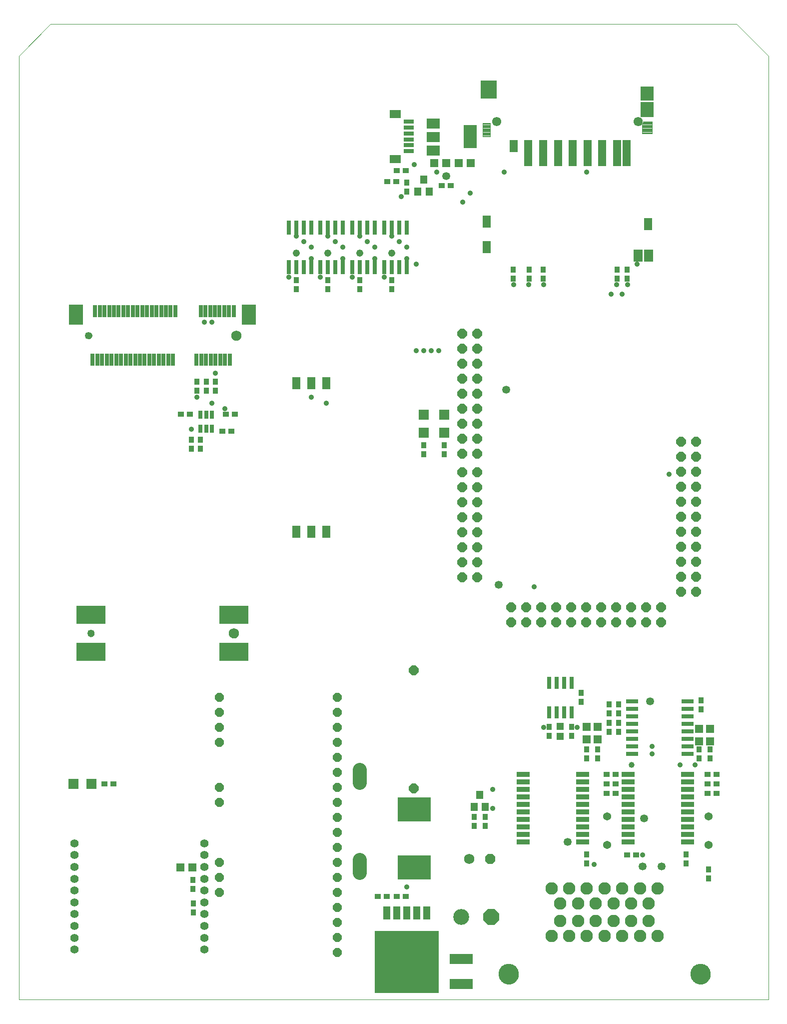
<source format=gts>
G75*
G70*
%OFA0B0*%
%FSLAX24Y24*%
%IPPOS*%
%LPD*%
%AMOC8*
5,1,8,0,0,1.08239X$1,22.5*
%
%ADD10C,0.0000*%
%ADD11C,0.0560*%
%ADD12R,0.0887X0.0926*%
%ADD13R,0.0887X0.1005*%
%ADD14R,0.1084X0.1202*%
%ADD15R,0.0572X0.0808*%
%ADD16R,0.0611X0.0828*%
%ADD17R,0.0532X0.1753*%
%ADD18R,0.0532X0.0847*%
%ADD19C,0.0611*%
%ADD20C,0.0040*%
%ADD21R,0.0375X0.0414*%
%ADD22OC8,0.0651*%
%ADD23R,0.0532X0.0572*%
%ADD24R,0.4312X0.4158*%
%ADD25R,0.0480X0.0910*%
%ADD26R,0.0414X0.0375*%
%ADD27R,0.2186X0.1635*%
%ADD28OC8,0.0690*%
%ADD29C,0.0690*%
%ADD30C,0.0945*%
%ADD31C,0.1060*%
%ADD32OC8,0.1060*%
%ADD33R,0.0966X0.1320*%
%ADD34R,0.0296X0.0847*%
%ADD35R,0.1950X0.1241*%
%ADD36C,0.0690*%
%ADD37C,0.0493*%
%ADD38R,0.0280X0.0580*%
%ADD39R,0.0454X0.0493*%
%ADD40R,0.0270X0.0840*%
%ADD41R,0.0840X0.0270*%
%ADD42C,0.0828*%
%ADD43C,0.1359*%
%ADD44R,0.0860X0.0320*%
%ADD45C,0.0540*%
%ADD46R,0.0532X0.0532*%
%ADD47R,0.0454X0.0560*%
%ADD48OC8,0.0591*%
%ADD49R,0.0651X0.0651*%
%ADD50R,0.1517X0.0651*%
%ADD51R,0.0300X0.0930*%
%ADD52R,0.0769X0.0532*%
%ADD53R,0.0670X0.0296*%
%ADD54R,0.0850X0.0650*%
%ADD55R,0.0850X0.1560*%
%ADD56C,0.0350*%
%ADD57C,0.0532*%
%ADD58C,0.0476*%
%ADD59C,0.0397*%
D10*
X000100Y000160D02*
X050100Y000160D01*
X050100Y063035D01*
X047975Y065160D01*
X002225Y065160D01*
X000100Y063035D01*
X000100Y000160D01*
X004698Y024567D02*
X004700Y024596D01*
X004706Y024624D01*
X004715Y024652D01*
X004728Y024678D01*
X004745Y024701D01*
X004764Y024723D01*
X004786Y024742D01*
X004811Y024757D01*
X004837Y024770D01*
X004865Y024778D01*
X004893Y024783D01*
X004922Y024784D01*
X004951Y024781D01*
X004979Y024774D01*
X005006Y024764D01*
X005032Y024750D01*
X005055Y024733D01*
X005076Y024713D01*
X005094Y024690D01*
X005109Y024665D01*
X005120Y024638D01*
X005128Y024610D01*
X005132Y024581D01*
X005132Y024553D01*
X005128Y024524D01*
X005120Y024496D01*
X005109Y024469D01*
X005094Y024444D01*
X005076Y024421D01*
X005055Y024401D01*
X005032Y024384D01*
X005006Y024370D01*
X004979Y024360D01*
X004951Y024353D01*
X004922Y024350D01*
X004893Y024351D01*
X004865Y024356D01*
X004837Y024364D01*
X004811Y024377D01*
X004786Y024392D01*
X004764Y024411D01*
X004745Y024433D01*
X004728Y024456D01*
X004715Y024482D01*
X004706Y024510D01*
X004700Y024538D01*
X004698Y024567D01*
X014128Y024567D02*
X014130Y024602D01*
X014136Y024637D01*
X014146Y024671D01*
X014159Y024704D01*
X014176Y024735D01*
X014197Y024763D01*
X014220Y024790D01*
X014247Y024813D01*
X014275Y024834D01*
X014306Y024851D01*
X014339Y024864D01*
X014373Y024874D01*
X014408Y024880D01*
X014443Y024882D01*
X014478Y024880D01*
X014513Y024874D01*
X014547Y024864D01*
X014580Y024851D01*
X014611Y024834D01*
X014639Y024813D01*
X014666Y024790D01*
X014689Y024763D01*
X014710Y024735D01*
X014727Y024704D01*
X014740Y024671D01*
X014750Y024637D01*
X014756Y024602D01*
X014758Y024567D01*
X014756Y024532D01*
X014750Y024497D01*
X014740Y024463D01*
X014727Y024430D01*
X014710Y024399D01*
X014689Y024371D01*
X014666Y024344D01*
X014639Y024321D01*
X014611Y024300D01*
X014580Y024283D01*
X014547Y024270D01*
X014513Y024260D01*
X014478Y024254D01*
X014443Y024252D01*
X014408Y024254D01*
X014373Y024260D01*
X014339Y024270D01*
X014306Y024283D01*
X014275Y024300D01*
X014247Y024321D01*
X014220Y024344D01*
X014197Y024371D01*
X014176Y024399D01*
X014159Y024430D01*
X014146Y024463D01*
X014136Y024497D01*
X014130Y024532D01*
X014128Y024567D01*
X014285Y044410D02*
X014287Y044445D01*
X014293Y044480D01*
X014303Y044514D01*
X014316Y044547D01*
X014333Y044578D01*
X014354Y044606D01*
X014377Y044633D01*
X014404Y044656D01*
X014432Y044677D01*
X014463Y044694D01*
X014496Y044707D01*
X014530Y044717D01*
X014565Y044723D01*
X014600Y044725D01*
X014635Y044723D01*
X014670Y044717D01*
X014704Y044707D01*
X014737Y044694D01*
X014768Y044677D01*
X014796Y044656D01*
X014823Y044633D01*
X014846Y044606D01*
X014867Y044578D01*
X014884Y044547D01*
X014897Y044514D01*
X014907Y044480D01*
X014913Y044445D01*
X014915Y044410D01*
X014913Y044375D01*
X014907Y044340D01*
X014897Y044306D01*
X014884Y044273D01*
X014867Y044242D01*
X014846Y044214D01*
X014823Y044187D01*
X014796Y044164D01*
X014768Y044143D01*
X014737Y044126D01*
X014704Y044113D01*
X014670Y044103D01*
X014635Y044097D01*
X014600Y044095D01*
X014565Y044097D01*
X014530Y044103D01*
X014496Y044113D01*
X014463Y044126D01*
X014432Y044143D01*
X014404Y044164D01*
X014377Y044187D01*
X014354Y044214D01*
X014333Y044242D01*
X014316Y044273D01*
X014303Y044306D01*
X014293Y044340D01*
X014287Y044375D01*
X014285Y044410D01*
X004540Y044410D02*
X004542Y044439D01*
X004548Y044467D01*
X004557Y044495D01*
X004570Y044521D01*
X004587Y044544D01*
X004606Y044566D01*
X004628Y044585D01*
X004653Y044600D01*
X004679Y044613D01*
X004707Y044621D01*
X004735Y044626D01*
X004764Y044627D01*
X004793Y044624D01*
X004821Y044617D01*
X004848Y044607D01*
X004874Y044593D01*
X004897Y044576D01*
X004918Y044556D01*
X004936Y044533D01*
X004951Y044508D01*
X004962Y044481D01*
X004970Y044453D01*
X004974Y044424D01*
X004974Y044396D01*
X004970Y044367D01*
X004962Y044339D01*
X004951Y044312D01*
X004936Y044287D01*
X004918Y044264D01*
X004897Y044244D01*
X004874Y044227D01*
X004848Y044213D01*
X004821Y044203D01*
X004793Y044196D01*
X004764Y044193D01*
X004735Y044194D01*
X004707Y044199D01*
X004679Y044207D01*
X004653Y044220D01*
X004628Y044235D01*
X004606Y044254D01*
X004587Y044276D01*
X004570Y044299D01*
X004557Y044325D01*
X004548Y044353D01*
X004542Y044381D01*
X004540Y044410D01*
X031697Y058680D02*
X031699Y058713D01*
X031705Y058745D01*
X031714Y058776D01*
X031727Y058806D01*
X031744Y058834D01*
X031764Y058860D01*
X031787Y058884D01*
X031812Y058904D01*
X031840Y058922D01*
X031869Y058936D01*
X031900Y058946D01*
X031932Y058953D01*
X031965Y058956D01*
X031998Y058955D01*
X032030Y058950D01*
X032061Y058941D01*
X032092Y058929D01*
X032120Y058913D01*
X032147Y058894D01*
X032171Y058872D01*
X032192Y058847D01*
X032211Y058820D01*
X032226Y058791D01*
X032237Y058761D01*
X032245Y058729D01*
X032249Y058696D01*
X032249Y058664D01*
X032245Y058631D01*
X032237Y058599D01*
X032226Y058569D01*
X032211Y058540D01*
X032192Y058513D01*
X032171Y058488D01*
X032147Y058466D01*
X032120Y058447D01*
X032092Y058431D01*
X032061Y058419D01*
X032030Y058410D01*
X031998Y058405D01*
X031965Y058404D01*
X031932Y058407D01*
X031900Y058414D01*
X031869Y058424D01*
X031840Y058438D01*
X031812Y058456D01*
X031787Y058476D01*
X031764Y058500D01*
X031744Y058526D01*
X031727Y058554D01*
X031714Y058584D01*
X031705Y058615D01*
X031699Y058647D01*
X031697Y058680D01*
X041146Y058680D02*
X041148Y058713D01*
X041154Y058745D01*
X041163Y058776D01*
X041176Y058806D01*
X041193Y058834D01*
X041213Y058860D01*
X041236Y058884D01*
X041261Y058904D01*
X041289Y058922D01*
X041318Y058936D01*
X041349Y058946D01*
X041381Y058953D01*
X041414Y058956D01*
X041447Y058955D01*
X041479Y058950D01*
X041510Y058941D01*
X041541Y058929D01*
X041569Y058913D01*
X041596Y058894D01*
X041620Y058872D01*
X041641Y058847D01*
X041660Y058820D01*
X041675Y058791D01*
X041686Y058761D01*
X041694Y058729D01*
X041698Y058696D01*
X041698Y058664D01*
X041694Y058631D01*
X041686Y058599D01*
X041675Y058569D01*
X041660Y058540D01*
X041641Y058513D01*
X041620Y058488D01*
X041596Y058466D01*
X041569Y058447D01*
X041541Y058431D01*
X041510Y058419D01*
X041479Y058410D01*
X041447Y058405D01*
X041414Y058404D01*
X041381Y058407D01*
X041349Y058414D01*
X041318Y058424D01*
X041289Y058438D01*
X041261Y058456D01*
X041236Y058476D01*
X041213Y058500D01*
X041193Y058526D01*
X041176Y058554D01*
X041163Y058584D01*
X041154Y058615D01*
X041148Y058647D01*
X041146Y058680D01*
X044925Y001852D02*
X044927Y001902D01*
X044933Y001952D01*
X044943Y002002D01*
X044956Y002050D01*
X044973Y002098D01*
X044994Y002144D01*
X045018Y002188D01*
X045046Y002230D01*
X045077Y002270D01*
X045111Y002307D01*
X045148Y002342D01*
X045187Y002373D01*
X045228Y002402D01*
X045272Y002427D01*
X045318Y002449D01*
X045365Y002467D01*
X045413Y002481D01*
X045462Y002492D01*
X045512Y002499D01*
X045562Y002502D01*
X045613Y002501D01*
X045663Y002496D01*
X045713Y002487D01*
X045761Y002475D01*
X045809Y002458D01*
X045855Y002438D01*
X045900Y002415D01*
X045943Y002388D01*
X045983Y002358D01*
X046021Y002325D01*
X046056Y002289D01*
X046089Y002250D01*
X046118Y002209D01*
X046144Y002166D01*
X046167Y002121D01*
X046186Y002074D01*
X046201Y002026D01*
X046213Y001977D01*
X046221Y001927D01*
X046225Y001877D01*
X046225Y001827D01*
X046221Y001777D01*
X046213Y001727D01*
X046201Y001678D01*
X046186Y001630D01*
X046167Y001583D01*
X046144Y001538D01*
X046118Y001495D01*
X046089Y001454D01*
X046056Y001415D01*
X046021Y001379D01*
X045983Y001346D01*
X045943Y001316D01*
X045900Y001289D01*
X045855Y001266D01*
X045809Y001246D01*
X045761Y001229D01*
X045713Y001217D01*
X045663Y001208D01*
X045613Y001203D01*
X045562Y001202D01*
X045512Y001205D01*
X045462Y001212D01*
X045413Y001223D01*
X045365Y001237D01*
X045318Y001255D01*
X045272Y001277D01*
X045228Y001302D01*
X045187Y001331D01*
X045148Y001362D01*
X045111Y001397D01*
X045077Y001434D01*
X045046Y001474D01*
X045018Y001516D01*
X044994Y001560D01*
X044973Y001606D01*
X044956Y001654D01*
X044943Y001702D01*
X044933Y001752D01*
X044927Y001802D01*
X044925Y001852D01*
X032130Y001852D02*
X032132Y001902D01*
X032138Y001952D01*
X032148Y002002D01*
X032161Y002050D01*
X032178Y002098D01*
X032199Y002144D01*
X032223Y002188D01*
X032251Y002230D01*
X032282Y002270D01*
X032316Y002307D01*
X032353Y002342D01*
X032392Y002373D01*
X032433Y002402D01*
X032477Y002427D01*
X032523Y002449D01*
X032570Y002467D01*
X032618Y002481D01*
X032667Y002492D01*
X032717Y002499D01*
X032767Y002502D01*
X032818Y002501D01*
X032868Y002496D01*
X032918Y002487D01*
X032966Y002475D01*
X033014Y002458D01*
X033060Y002438D01*
X033105Y002415D01*
X033148Y002388D01*
X033188Y002358D01*
X033226Y002325D01*
X033261Y002289D01*
X033294Y002250D01*
X033323Y002209D01*
X033349Y002166D01*
X033372Y002121D01*
X033391Y002074D01*
X033406Y002026D01*
X033418Y001977D01*
X033426Y001927D01*
X033430Y001877D01*
X033430Y001827D01*
X033426Y001777D01*
X033418Y001727D01*
X033406Y001678D01*
X033391Y001630D01*
X033372Y001583D01*
X033349Y001538D01*
X033323Y001495D01*
X033294Y001454D01*
X033261Y001415D01*
X033226Y001379D01*
X033188Y001346D01*
X033148Y001316D01*
X033105Y001289D01*
X033060Y001266D01*
X033014Y001246D01*
X032966Y001229D01*
X032918Y001217D01*
X032868Y001208D01*
X032818Y001203D01*
X032767Y001202D01*
X032717Y001205D01*
X032667Y001212D01*
X032618Y001223D01*
X032570Y001237D01*
X032523Y001255D01*
X032477Y001277D01*
X032433Y001302D01*
X032392Y001331D01*
X032353Y001362D01*
X032316Y001397D01*
X032282Y001434D01*
X032251Y001474D01*
X032223Y001516D01*
X032199Y001560D01*
X032178Y001606D01*
X032161Y001654D01*
X032148Y001702D01*
X032138Y001752D01*
X032132Y001802D01*
X032130Y001852D01*
D11*
X012482Y003490D03*
X012482Y004277D03*
X012482Y005065D03*
X012482Y005852D03*
X012482Y006639D03*
X012482Y007427D03*
X012482Y008214D03*
X012482Y009002D03*
X012482Y009789D03*
X012482Y010576D03*
X003820Y010576D03*
X003820Y009789D03*
X003820Y009002D03*
X003820Y008214D03*
X003820Y007427D03*
X003820Y006639D03*
X003820Y005852D03*
X003820Y005065D03*
X003820Y004277D03*
X003820Y003490D03*
D12*
X042012Y060550D03*
D13*
X042012Y059467D03*
D14*
X031461Y060786D03*
D15*
X031303Y052007D03*
X031303Y050294D03*
X042091Y051830D03*
D16*
X042130Y049743D03*
X041422Y049743D03*
D17*
X040644Y056584D03*
X040004Y056584D03*
X039020Y056584D03*
X038036Y056584D03*
X037051Y056584D03*
X036067Y056584D03*
X035083Y056584D03*
X034099Y056584D03*
D18*
X033114Y057036D03*
X020600Y041250D03*
X019600Y041250D03*
X018600Y041250D03*
X018600Y031320D03*
X019600Y031320D03*
X020600Y031320D03*
D19*
X031973Y058680D03*
X041422Y058680D03*
D20*
X041701Y058526D02*
X042357Y058526D01*
X042357Y058488D02*
X041681Y058488D01*
X041668Y058464D02*
X041746Y058611D01*
X041746Y058680D01*
X042357Y058680D01*
X042357Y057853D01*
X041668Y057853D01*
X041668Y058464D01*
X041668Y058449D02*
X042357Y058449D01*
X042357Y058411D02*
X041668Y058411D01*
X041668Y058372D02*
X042357Y058372D01*
X042357Y058334D02*
X041668Y058334D01*
X041668Y058295D02*
X042357Y058295D01*
X042357Y058257D02*
X041668Y058257D01*
X041668Y058218D02*
X042357Y058218D01*
X042357Y058180D02*
X041668Y058180D01*
X041668Y058141D02*
X042357Y058141D01*
X042357Y058103D02*
X041668Y058103D01*
X041668Y058064D02*
X042357Y058064D01*
X042357Y058026D02*
X041668Y058026D01*
X041668Y057987D02*
X042357Y057987D01*
X042357Y057949D02*
X041668Y057949D01*
X041668Y057910D02*
X042357Y057910D01*
X042357Y057872D02*
X041668Y057872D01*
X041722Y058565D02*
X042357Y058565D01*
X042357Y058603D02*
X041742Y058603D01*
X041746Y058642D02*
X042357Y058642D01*
X031559Y058562D02*
X031559Y057656D01*
X031048Y057656D01*
X031048Y058562D01*
X031559Y058562D01*
X031559Y058526D02*
X031048Y058526D01*
X031048Y058488D02*
X031559Y058488D01*
X031559Y058449D02*
X031048Y058449D01*
X031048Y058411D02*
X031559Y058411D01*
X031559Y058372D02*
X031048Y058372D01*
X031048Y058334D02*
X031559Y058334D01*
X031559Y058295D02*
X031048Y058295D01*
X031048Y058257D02*
X031559Y058257D01*
X031559Y058218D02*
X031048Y058218D01*
X031048Y058180D02*
X031559Y058180D01*
X031559Y058141D02*
X031048Y058141D01*
X031048Y058103D02*
X031559Y058103D01*
X031559Y058064D02*
X031048Y058064D01*
X031048Y058026D02*
X031559Y058026D01*
X031559Y057987D02*
X031048Y057987D01*
X031048Y057949D02*
X031559Y057949D01*
X031559Y057910D02*
X031048Y057910D01*
X031048Y057872D02*
X031559Y057872D01*
X031559Y057833D02*
X031048Y057833D01*
X031048Y057795D02*
X031559Y057795D01*
X031559Y057756D02*
X031048Y057756D01*
X031048Y057718D02*
X031559Y057718D01*
X031559Y057679D02*
X031048Y057679D01*
D21*
X025975Y054585D03*
X025975Y053985D03*
X024975Y048085D03*
X024975Y047485D03*
X022850Y047485D03*
X022850Y048085D03*
X020725Y048085D03*
X020725Y047485D03*
X018600Y047485D03*
X018600Y048085D03*
X013225Y041335D03*
X013225Y040735D03*
X012600Y040735D03*
X012600Y041335D03*
X011975Y041335D03*
X011975Y040735D03*
X012225Y037460D03*
X012225Y036860D03*
X011600Y036860D03*
X011600Y037460D03*
X027100Y037085D03*
X027100Y036485D03*
X028475Y036485D03*
X028475Y037085D03*
X033099Y048209D03*
X033099Y048809D03*
X034155Y048809D03*
X034155Y048209D03*
X035086Y048209D03*
X035086Y048809D03*
X040017Y048809D03*
X040017Y048209D03*
X040698Y048209D03*
X040698Y048809D03*
X037600Y020585D03*
X037600Y019985D03*
X036975Y018335D03*
X036975Y017735D03*
X037975Y016835D03*
X037975Y016235D03*
X038725Y016235D03*
X038725Y016835D03*
X039475Y017985D03*
X039475Y018585D03*
X040100Y018585D03*
X040100Y017985D03*
X040100Y019235D03*
X040100Y019835D03*
X039475Y019835D03*
X039475Y019235D03*
X035475Y018335D03*
X035475Y017735D03*
X031225Y012335D03*
X031225Y011735D03*
X030475Y011735D03*
X030475Y012335D03*
X037975Y009835D03*
X037975Y009235D03*
X044600Y009235D03*
X044600Y009835D03*
X046100Y008835D03*
X046100Y008235D03*
X046225Y016235D03*
X046225Y016835D03*
X045475Y016835D03*
X045475Y016235D03*
X045600Y019485D03*
X045600Y020085D03*
X011723Y008130D03*
X011723Y007530D03*
X011737Y006566D03*
X011737Y005966D03*
D22*
X026450Y014219D03*
X026450Y022093D03*
X029677Y028291D03*
X029677Y029291D03*
X029677Y030291D03*
X029677Y031291D03*
X029677Y032291D03*
X029677Y033291D03*
X029677Y034291D03*
X029677Y035291D03*
X029679Y036547D03*
X029679Y037547D03*
X029679Y038547D03*
X029679Y039547D03*
X029679Y040547D03*
X029679Y041547D03*
X029679Y042547D03*
X029679Y043547D03*
X029679Y044547D03*
X030679Y044547D03*
X030679Y043547D03*
X030679Y042547D03*
X030679Y041547D03*
X030679Y040547D03*
X030679Y039547D03*
X030679Y038547D03*
X030679Y037547D03*
X030679Y036547D03*
X030677Y035291D03*
X030677Y034291D03*
X030677Y033291D03*
X030677Y032291D03*
X030677Y031291D03*
X030677Y030291D03*
X030677Y029291D03*
X030677Y028291D03*
X032954Y026297D03*
X033954Y026297D03*
X034954Y026297D03*
X035954Y026297D03*
X036954Y026297D03*
X037954Y026297D03*
X038954Y026297D03*
X039954Y026297D03*
X040954Y026297D03*
X041954Y026297D03*
X042954Y026297D03*
X042954Y025297D03*
X041954Y025297D03*
X040954Y025297D03*
X039954Y025297D03*
X038954Y025297D03*
X037954Y025297D03*
X036954Y025297D03*
X035954Y025297D03*
X034954Y025297D03*
X033954Y025297D03*
X032954Y025297D03*
X044292Y027334D03*
X045292Y027334D03*
X045292Y028334D03*
X045292Y029334D03*
X045292Y030334D03*
X045292Y031334D03*
X045292Y032334D03*
X045292Y033334D03*
X045292Y034334D03*
X045292Y035334D03*
X045292Y036334D03*
X045292Y037334D03*
X044292Y037334D03*
X044292Y036334D03*
X044292Y035334D03*
X044292Y034334D03*
X044292Y033334D03*
X044292Y032334D03*
X044292Y031334D03*
X044292Y030334D03*
X044292Y029334D03*
X044292Y028334D03*
D23*
X030250Y055910D03*
X029450Y055910D03*
X028625Y055910D03*
X027825Y055910D03*
X011687Y008979D03*
X010887Y008979D03*
D24*
X025975Y002660D03*
D25*
X025975Y005940D03*
X026645Y005940D03*
X027315Y005940D03*
X025305Y005940D03*
X024635Y005940D03*
D26*
X024650Y007035D03*
X024050Y007035D03*
X025300Y007035D03*
X025900Y007035D03*
X039300Y013910D03*
X039900Y013910D03*
X039900Y014535D03*
X039300Y014535D03*
X039300Y015160D03*
X039900Y015160D03*
X040675Y009785D03*
X041275Y009785D03*
X046050Y013910D03*
X046650Y013910D03*
X046650Y014535D03*
X046050Y014535D03*
X046050Y015160D03*
X046650Y015160D03*
X028900Y054410D03*
X028300Y054410D03*
X025900Y055410D03*
X025300Y055410D03*
X025275Y054660D03*
X024675Y054660D03*
X014525Y039160D03*
X013925Y039160D03*
X013675Y038035D03*
X014275Y038035D03*
X011525Y039160D03*
X010925Y039160D03*
X006400Y014535D03*
X005800Y014535D03*
D27*
X026475Y012839D03*
X026475Y008981D03*
D28*
X031550Y009535D03*
D29*
X030150Y009535D03*
D30*
X022850Y009478D02*
X022850Y008593D01*
X022850Y014593D02*
X022850Y015478D01*
D31*
X029600Y005660D03*
D32*
X031600Y005660D03*
D33*
X015466Y045788D03*
X003911Y045788D03*
D34*
X005191Y046024D03*
X005506Y046024D03*
X005820Y046024D03*
X006135Y046024D03*
X006450Y046024D03*
X006765Y046024D03*
X007080Y046024D03*
X007395Y046024D03*
X007710Y046024D03*
X008025Y046024D03*
X008340Y046024D03*
X008655Y046024D03*
X008970Y046024D03*
X009285Y046024D03*
X009600Y046024D03*
X009915Y046024D03*
X010230Y046024D03*
X010545Y046024D03*
X012238Y046024D03*
X012553Y046024D03*
X012868Y046024D03*
X013183Y046024D03*
X013498Y046024D03*
X013813Y046024D03*
X014128Y046024D03*
X014443Y046024D03*
X014167Y042796D03*
X013852Y042796D03*
X013537Y042796D03*
X013222Y042796D03*
X012907Y042796D03*
X012592Y042796D03*
X012277Y042796D03*
X011962Y042796D03*
X010387Y042796D03*
X010072Y042796D03*
X009757Y042796D03*
X009443Y042796D03*
X009128Y042796D03*
X008813Y042796D03*
X008498Y042796D03*
X008183Y042796D03*
X007868Y042796D03*
X007553Y042796D03*
X007238Y042796D03*
X006923Y042796D03*
X006608Y042796D03*
X006293Y042796D03*
X005978Y042796D03*
X005663Y042796D03*
X005348Y042796D03*
X005033Y042796D03*
D35*
X004915Y025808D03*
X004915Y023327D03*
X014443Y023327D03*
X014443Y025808D03*
D36*
X014443Y024567D03*
X014600Y044410D03*
D37*
X004757Y044410D03*
X004915Y024567D03*
D38*
X012230Y038200D03*
X012600Y038200D03*
X012970Y038200D03*
X012970Y039120D03*
X012600Y039120D03*
X012230Y039120D03*
D39*
X036225Y018370D03*
X036225Y017700D03*
D40*
X035975Y019315D03*
X035475Y019315D03*
X036475Y019315D03*
X036975Y019315D03*
X036975Y021255D03*
X036475Y021255D03*
X035975Y021255D03*
X035475Y021255D03*
D41*
X041000Y020035D03*
X041000Y019535D03*
X041000Y019035D03*
X041000Y018535D03*
X041000Y018035D03*
X041000Y017535D03*
X041000Y017035D03*
X041000Y016535D03*
X044700Y016535D03*
X044700Y017035D03*
X044700Y017535D03*
X044700Y018035D03*
X044700Y018535D03*
X044700Y019035D03*
X044700Y019535D03*
X044700Y020035D03*
D42*
X042721Y007557D03*
X042131Y006572D03*
X041540Y007557D03*
X040949Y006572D03*
X040359Y007557D03*
X039768Y006572D03*
X039178Y007557D03*
X038587Y006572D03*
X037997Y007557D03*
X037406Y006572D03*
X036816Y007557D03*
X036225Y006572D03*
X035634Y007557D03*
X036225Y005391D03*
X035634Y004407D03*
X036816Y004407D03*
X037406Y005391D03*
X037997Y004407D03*
X038587Y005391D03*
X039178Y004407D03*
X039768Y005391D03*
X040359Y004407D03*
X040949Y005391D03*
X041540Y004407D03*
X042131Y005391D03*
X042721Y004407D03*
D43*
X045575Y001852D03*
X032780Y001852D03*
D44*
X033745Y010660D03*
X033745Y011160D03*
X033745Y011660D03*
X033745Y012160D03*
X033745Y012660D03*
X033745Y013160D03*
X033745Y013660D03*
X033745Y014160D03*
X033745Y014660D03*
X033745Y015160D03*
X037705Y015160D03*
X037705Y014660D03*
X037705Y014160D03*
X037705Y013660D03*
X037705Y013160D03*
X037705Y012660D03*
X037705Y012160D03*
X037705Y011660D03*
X037705Y011160D03*
X037705Y010660D03*
X040745Y010660D03*
X040745Y011160D03*
X040745Y011660D03*
X040745Y012160D03*
X040745Y012660D03*
X040745Y013160D03*
X040745Y013660D03*
X040745Y014160D03*
X040745Y014660D03*
X040745Y015160D03*
X044705Y015160D03*
X044705Y014660D03*
X044705Y014160D03*
X044705Y013660D03*
X044705Y013160D03*
X044705Y012660D03*
X044705Y012160D03*
X044705Y011660D03*
X044705Y011160D03*
X044705Y010660D03*
D45*
X046100Y010460D03*
X046100Y012360D03*
X039350Y012360D03*
X039350Y010460D03*
D46*
X038725Y017497D03*
X037975Y017497D03*
X037975Y018323D03*
X038725Y018323D03*
X045475Y018198D03*
X046225Y018198D03*
X046225Y017372D03*
X045475Y017372D03*
D47*
X031224Y013016D03*
X030476Y013016D03*
X030850Y013804D03*
X027474Y054016D03*
X027100Y054804D03*
X026726Y054016D03*
D48*
X021350Y020285D03*
X021350Y019285D03*
X021350Y018285D03*
X021350Y017285D03*
X021350Y016285D03*
X021350Y015285D03*
X021350Y014285D03*
X021350Y013285D03*
X021350Y012285D03*
X021350Y011285D03*
X021350Y010285D03*
X021350Y009285D03*
X021350Y008285D03*
X021350Y007285D03*
X021350Y006285D03*
X021350Y005285D03*
X021350Y004285D03*
X021350Y003285D03*
X013475Y007285D03*
X013475Y008285D03*
X013475Y009285D03*
X013475Y013285D03*
X013475Y014285D03*
X013475Y017285D03*
X013475Y018285D03*
X013475Y019285D03*
X013475Y020285D03*
D49*
X004939Y014535D03*
X003761Y014535D03*
X027100Y037946D03*
X027100Y039124D03*
X028475Y039124D03*
X028475Y037946D03*
D50*
X029600Y002862D03*
X029600Y001208D03*
D51*
X025975Y048965D03*
X025475Y048965D03*
X024975Y048965D03*
X024475Y048965D03*
X023850Y048965D03*
X023350Y048965D03*
X022850Y048965D03*
X022350Y048965D03*
X021725Y048965D03*
X021225Y048965D03*
X020725Y048965D03*
X020225Y048965D03*
X019600Y048965D03*
X019100Y048965D03*
X018600Y048965D03*
X018100Y048965D03*
X018100Y051615D03*
X018600Y051615D03*
X019100Y051615D03*
X019600Y051615D03*
X020225Y051615D03*
X020725Y051615D03*
X021225Y051615D03*
X021725Y051615D03*
X022350Y051615D03*
X022850Y051615D03*
X023350Y051615D03*
X023850Y051615D03*
X024475Y051615D03*
X024975Y051615D03*
X025475Y051615D03*
X025975Y051615D03*
D52*
X025224Y056180D03*
X025224Y059172D03*
D53*
X026100Y058660D03*
X026100Y058266D03*
X026100Y057873D03*
X026100Y057479D03*
X026100Y057085D03*
X026100Y056691D03*
D54*
X027735Y056750D03*
X027735Y057650D03*
X027735Y058550D03*
D55*
X030215Y057660D03*
D56*
X027975Y055285D03*
X026475Y055785D03*
X025600Y053660D03*
X024975Y051035D03*
X025475Y050660D03*
X025975Y050285D03*
X025975Y049535D03*
X026600Y049160D03*
X024475Y048285D03*
X023850Y049535D03*
X023850Y050285D03*
X023350Y050660D03*
X022850Y051035D03*
X021725Y050285D03*
X021225Y050660D03*
X020725Y051035D03*
X019600Y050285D03*
X019100Y050660D03*
X018600Y051035D03*
X019600Y049535D03*
X020225Y048285D03*
X021725Y049535D03*
X022350Y048285D03*
X018100Y048285D03*
X013225Y041910D03*
X012975Y039910D03*
X013850Y039535D03*
X011975Y040285D03*
X011600Y038160D03*
X012475Y045285D03*
X012975Y045285D03*
X019600Y040285D03*
X020600Y039910D03*
X026600Y043410D03*
X027100Y043410D03*
X027600Y043410D03*
X028100Y043410D03*
X033100Y047785D03*
X034100Y047785D03*
X035100Y047785D03*
X039600Y047160D03*
X039975Y047785D03*
X040350Y047160D03*
X040725Y047785D03*
X041350Y049160D03*
X037975Y055285D03*
X032475Y055285D03*
X030225Y053910D03*
X029725Y053285D03*
X043475Y035160D03*
X034475Y027660D03*
X035100Y018285D03*
X037350Y018285D03*
X042350Y017035D03*
X042350Y016535D03*
X044225Y015785D03*
X045225Y015785D03*
X041725Y009785D03*
X038475Y009160D03*
X031725Y012910D03*
X031725Y014160D03*
X025975Y007660D03*
D57*
X036711Y010674D03*
X041725Y009035D03*
X042975Y009035D03*
X041810Y012229D03*
X042225Y020035D03*
X032100Y027785D03*
X032600Y040785D03*
X028600Y055035D03*
D58*
X024975Y049910D03*
X022850Y049910D03*
X020725Y049910D03*
X018600Y049910D03*
D59*
X040975Y015785D03*
M02*

</source>
